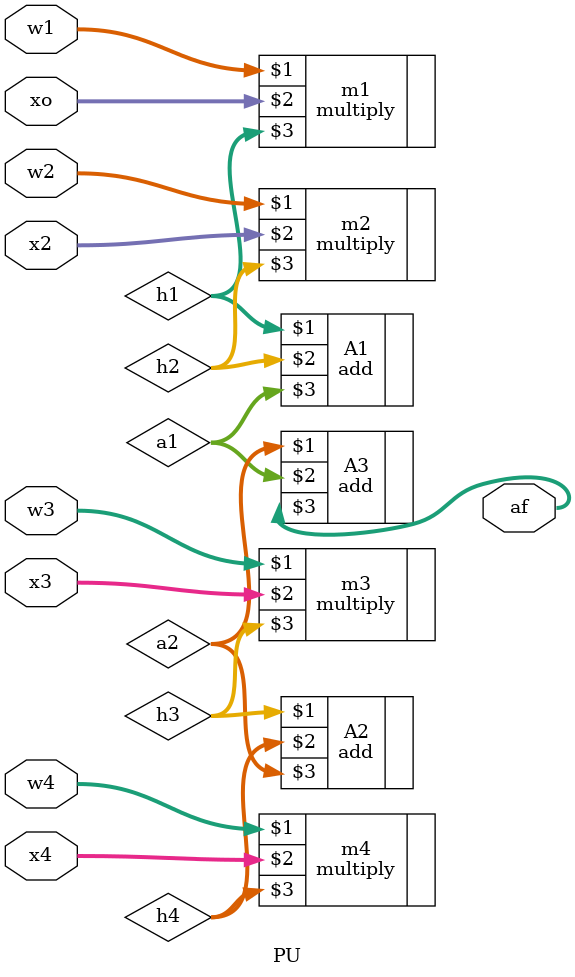
<source format=v>

module PU (input [31:0] xo,x2,x3,x4,w1,w2,w3,w4, output [31:0] af);
	wire [31:0] h1,h2,h3,h4,a1,a2; 
	
	//Level 1: Multiply
	multiply m1 (w1,xo,h1);
	multiply m2 (w2,x2,h2);
	multiply m3 (w3,x3,h3);
	multiply m4 (w4,x4,h4);

	//Level 2: ADD
	add A1(h1,h2,a1);
	add A2(h3,h4,a2);
	
	//Level 2: ADD
	add A3(a2,a1,af);
endmodule


</source>
